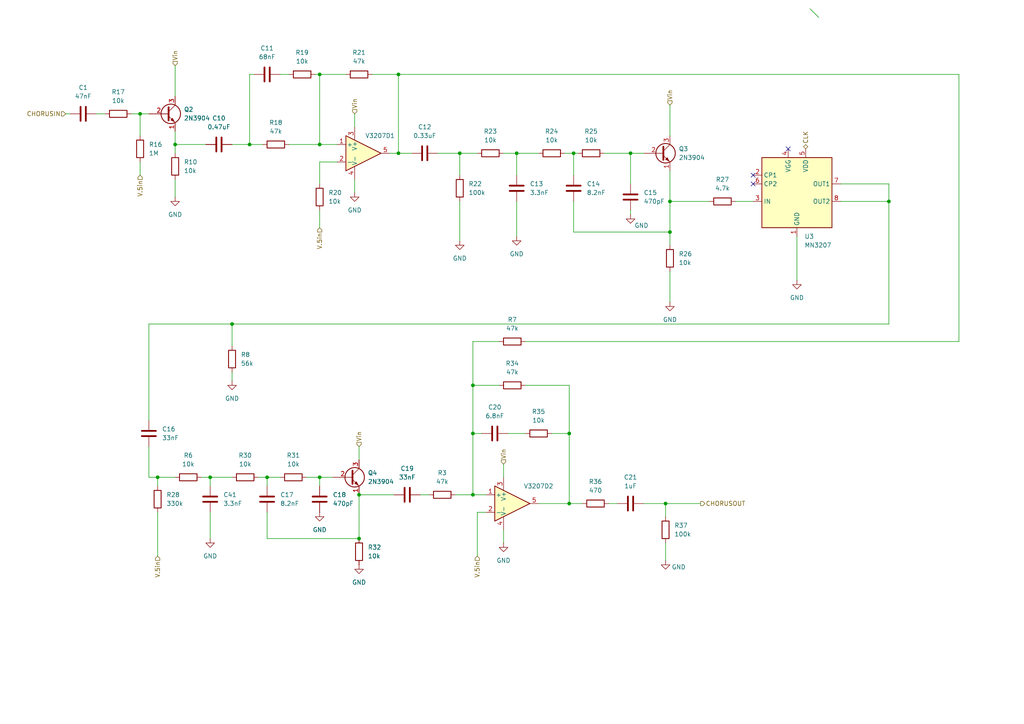
<source format=kicad_sch>
(kicad_sch (version 20231120) (generator "eeschema") (generator_version "8.0")
  (paper "A4")
  (title_block (title "Chorus Effect") (date "2024-11-07") (rev "1.5") (company "Portland State University") (comment 1 "Open Source Hardware") (comment 2 "Design: Eric Sanman, Sierra Buckley, Chuong Vo, Chris Crider"))
  (lib_symbols
    (symbol "Audio:MN3207"
      (property "Reference" "U" (at -10.16 12.7 0))
      (property "Value" "MN3207" (at 10.16 -12.7 0))
      (symbol "MN3207_0_1"
        (rectangle (start -10.16 10.16) (end 10.16 -10.16) (stroke (width 0.254)) (fill (type background)))
      )
      (symbol "MN3207_1_1"
        (pin power_in line (at 0 -12.7 90) (length 2.54) (name "GND") (number "1"))
        (pin input line (at -12.7 5.08 0) (length 2.54) (name "CP1") (number "2"))
        (pin input line (at -12.7 -2.54 0) (length 2.54) (name "IN") (number "3"))
        (pin power_in line (at -2.54 12.7 270) (length 2.54) (name "VGG") (number "4"))
        (pin power_in line (at 2.54 12.7 270) (length 2.54) (name "VDD") (number "5"))
        (pin input line (at -12.7 2.54 0) (length 2.54) (name "CP2") (number "6"))
        (pin output line (at 12.7 2.54 180) (length 2.54) (name "OUT1") (number "7"))
        (pin output line (at 12.7 -2.54 180) (length 2.54) (name "OUT2") (number "8"))
      )
    )
    (symbol "Device:C" (pin_numbers hide) (pin_names (offset 0.254))
      (property "Reference" "C" (at 0.635 2.54 0))
      (property "Value" "C" (at 0.635 -2.54 0))
      (symbol "C_0_1"
        (polyline (pts (xy -2.032 -0.762) (xy 2.032 -0.762)) (stroke (width 0.508)))
        (polyline (pts (xy -2.032 0.762) (xy 2.032 0.762)) (stroke (width 0.508)))
      )
      (symbol "C_1_1"
        (pin passive line (at 0 3.81 270) (length 2.794) (name "~") (number "1"))
        (pin passive line (at 0 -3.81 90) (length 2.794) (name "~") (number "2"))
      )
    )
    (symbol "Device:R" (pin_numbers hide) (pin_names (offset 0))
      (property "Reference" "R" (at 2.032 0 90))
      (property "Value" "R" (at 0 0 90))
      (symbol "R_0_1"
        (rectangle (start -1.016 -2.54) (end 1.016 2.54) (stroke (width 0.254)))
      )
      (symbol "R_1_1"
        (pin passive line (at 0 3.81 270) (length 1.27) (name "~") (number "1"))
        (pin passive line (at 0 -3.81 90) (length 1.27) (name "~") (number "2"))
      )
    )
    (symbol "Simulation_SPICE:OPAMP" (pin_names (offset 0.254))
      (property "Reference" "U" (at 3.81 3.175 0))
      (property "Value" "${SIM.PARAMS}" (at 3.81 -3.175 0))
      (symbol "OPAMP_0_1"
        (polyline (pts (xy 5.08 0) (xy -5.08 5.08) (xy -5.08 -5.08) (xy 5.08 0)) (stroke (width 0.254)) (fill (type background)))
      )
      (symbol "OPAMP_1_1"
        (pin input line (at -7.62 2.54 0) (length 2.54) (name "+") (number "1"))
        (pin input line (at -7.62 -2.54 0) (length 2.54) (name "-") (number "2"))
        (pin power_in line (at -2.54 7.62 270) (length 3.81) (name "V+") (number "3"))
        (pin power_in line (at -2.54 -7.62 90) (length 3.81) (name "V-") (number "4"))
        (pin output line (at 7.62 0 180) (length 2.54) (name "~") (number "5"))
      )
    )
    (symbol "Transistor_BJT:2N3904" (pin_names (offset 0) hide)
      (property "Reference" "Q" (at 5.08 1.905 0))
      (property "Value" "2N3904" (at 5.08 0 0))
      (symbol "2N3904_0_1"
        (polyline (pts (xy 0.635 0.635) (xy 2.54 2.54)))
        (polyline (pts (xy 0.635 -0.635) (xy 2.54 -2.54) (xy 2.54 -2.54)))
        (polyline (pts (xy 0.635 1.905) (xy 0.635 -1.905) (xy 0.635 -1.905)) (stroke (width 0.508)))
        (polyline (pts (xy 1.27 -1.778) (xy 1.778 -1.27) (xy 2.286 -2.286) (xy 1.27 -1.778) (xy 1.27 -1.778)) (fill (type outline)))
        (circle (center 1.27 0) (radius 2.8194) (stroke (width 0.254)))
      )
      (symbol "2N3904_1_1"
        (pin passive line (at 2.54 -5.08 90) (length 2.54) (name "E") (number "1"))
        (pin passive line (at -5.08 0 0) (length 5.715) (name "B") (number "2"))
        (pin passive line (at 2.54 5.08 270) (length 2.54) (name "C") (number "3"))
      )
    )
    (symbol "power:GND" (power) (pin_numbers hide) (pin_names (offset 0) hide)
      (property "Value" "GND" (at 0 -3.81 0))
      (symbol "GND_0_1"
        (polyline (pts (xy 0 0) (xy 0 -1.27) (xy 1.27 -1.27) (xy 0 -2.54) (xy -1.27 -1.27) (xy 0 -1.27)))
      )
      (symbol "GND_1_1"
        (pin power_in line (at 0 0 270) (length 0) (name "~") (number "1"))
      )
    )
  )
  (junction (at 92.71 41.91))
  (junction (at 182.88 44.45))
  (junction (at 40.64 33.02))
  (junction (at 104.14 143.51))
  (junction (at 165.1 146.05))
  (junction (at 92.71 21.59))
  (junction (at 67.31 93.98))
  (junction (at 193.04 146.05))
  (junction (at 257.81 58.42))
  (junction (at 45.72 138.43))
  (junction (at 149.86 44.45))
  (junction (at 50.8 41.91))
  (junction (at 77.47 138.43))
  (junction (at 72.39 41.91))
  (junction (at 194.31 58.42))
  (junction (at 137.16 111.76))
  (junction (at 115.57 44.45))
  (junction (at 137.16 143.51))
  (junction (at 92.71 138.43))
  (junction (at 194.31 67.31))
  (junction (at 166.37 44.45))
  (junction (at 137.16 125.73))
  (junction (at 115.57 21.59))
  (junction (at 133.35 44.45))
  (junction (at 60.96 138.43))
  (junction (at 165.1 125.73))
  (junction (at 104.14 156.21))
  (no_connect (at 218.44 50.8))
  (no_connect (at 228.6 43.18))
  (no_connect (at 218.44 53.34))
  (bus_entry (at 234.95 2.54) (size 2.54 2.54))
  (wire (pts (xy 156.21 146.05) (xy 165.1 146.05)))
  (wire (pts (xy 102.87 33.02) (xy 102.87 36.83)))
  (wire (pts (xy 92.71 21.59) (xy 92.71 41.91)))
  (wire (pts (xy 60.96 138.43) (xy 67.31 138.43)))
  (wire (pts (xy 45.72 148.59) (xy 45.72 161.29)))
  (wire (pts (xy 137.16 143.51) (xy 140.97 143.51)))
  (wire (pts (xy 137.16 99.06) (xy 137.16 111.76)))
  (wire (pts (xy 67.31 107.95) (xy 67.31 110.49)))
  (wire (pts (xy 72.39 41.91) (xy 72.39 21.59)))
  (wire (pts (xy 194.31 30.48) (xy 194.31 39.37)))
  (wire (pts (xy 257.81 53.34) (xy 257.81 58.42)))
  (wire (pts (xy 83.82 41.91) (xy 92.71 41.91)))
  (wire (pts (xy 72.39 41.91) (xy 76.2 41.91)))
  (wire (pts (xy 77.47 138.43) (xy 81.28 138.43)))
  (wire (pts (xy 50.8 38.1) (xy 50.8 41.91)))
  (wire (pts (xy 186.69 146.05) (xy 193.04 146.05)))
  (wire (pts (xy 27.94 33.02) (xy 30.48 33.02)))
  (wire (pts (xy 50.8 41.91) (xy 50.8 44.45)))
  (wire (pts (xy 81.28 21.59) (xy 83.82 21.59)))
  (wire (pts (xy 132.08 143.51) (xy 137.16 143.51)))
  (wire (pts (xy 113.03 44.45) (xy 115.57 44.45)))
  (wire (pts (xy 146.05 44.45) (xy 149.86 44.45)))
  (wire (pts (xy 166.37 67.31) (xy 194.31 67.31)))
  (wire (pts (xy 60.96 138.43) (xy 60.96 140.97)))
  (wire (pts (xy 43.18 129.54) (xy 43.18 138.43)))
  (wire (pts (xy 133.35 58.42) (xy 133.35 69.85)))
  (wire (pts (xy 115.57 44.45) (xy 119.38 44.45)))
  (wire (pts (xy 121.92 143.51) (xy 124.46 143.51)))
  (wire (pts (xy 193.04 146.05) (xy 203.2 146.05)))
  (wire (pts (xy 137.16 125.73) (xy 139.7 125.73)))
  (wire (pts (xy 133.35 44.45) (xy 138.43 44.45)))
  (wire (pts (xy 182.88 62.23) (xy 182.88 60.96)))
  (wire (pts (xy 104.14 143.51) (xy 114.3 143.51)))
  (wire (pts (xy 194.31 58.42) (xy 205.74 58.42)))
  (wire (pts (xy 74.93 138.43) (xy 77.47 138.43)))
  (wire (pts (xy 88.9 138.43) (xy 92.71 138.43)))
  (wire (pts (xy 149.86 58.42) (xy 149.86 68.58)))
  (wire (pts (xy 144.78 99.06) (xy 137.16 99.06)))
  (wire (pts (xy 67.31 93.98) (xy 43.18 93.98)))
  (wire (pts (xy 38.1 33.02) (xy 40.64 33.02)))
  (wire (pts (xy 60.96 148.59) (xy 60.96 156.21)))
  (wire (pts (xy 77.47 138.43) (xy 77.47 140.97)))
  (wire (pts (xy 243.84 58.42) (xy 257.81 58.42)))
  (wire (pts (xy 165.1 146.05) (xy 168.91 146.05)))
  (wire (pts (xy 149.86 44.45) (xy 156.21 44.45)))
  (wire (pts (xy 146.05 153.67) (xy 146.05 157.48)))
  (wire (pts (xy 45.72 140.97) (xy 45.72 138.43)))
  (wire (pts (xy 43.18 93.98) (xy 43.18 121.92)))
  (wire (pts (xy 92.71 21.59) (xy 100.33 21.59)))
  (wire (pts (xy 102.87 52.07) (xy 102.87 55.88)))
  (wire (pts (xy 147.32 125.73) (xy 152.4 125.73)))
  (wire (pts (xy 92.71 138.43) (xy 96.52 138.43)))
  (wire (pts (xy 231.14 68.58) (xy 231.14 81.28)))
  (wire (pts (xy 40.64 33.02) (xy 43.18 33.02)))
  (wire (pts (xy 115.57 21.59) (xy 115.57 44.45)))
  (wire (pts (xy 133.35 44.45) (xy 133.35 50.8)))
  (wire (pts (xy 149.86 44.45) (xy 149.86 50.8)))
  (wire (pts (xy 213.36 58.42) (xy 218.44 58.42)))
  (wire (pts (xy 140.97 148.59) (xy 138.43 148.59)))
  (wire (pts (xy 137.16 125.73) (xy 137.16 143.51)))
  (wire (pts (xy 40.64 33.02) (xy 40.64 39.37)))
  (wire (pts (xy 257.81 58.42) (xy 257.81 93.98)))
  (wire (pts (xy 166.37 44.45) (xy 166.37 50.8)))
  (wire (pts (xy 193.04 146.05) (xy 193.04 149.86)))
  (wire (pts (xy 92.71 60.96) (xy 92.71 66.04)))
  (wire (pts (xy 43.18 138.43) (xy 45.72 138.43)))
  (wire (pts (xy 72.39 21.59) (xy 73.66 21.59)))
  (wire (pts (xy 257.81 93.98) (xy 67.31 93.98)))
  (wire (pts (xy 107.95 21.59) (xy 115.57 21.59)))
  (wire (pts (xy 138.43 148.59) (xy 138.43 161.29)))
  (wire (pts (xy 160.02 125.73) (xy 165.1 125.73)))
  (wire (pts (xy 50.8 41.91) (xy 59.69 41.91)))
  (wire (pts (xy 58.42 138.43) (xy 60.96 138.43)))
  (wire (pts (xy 92.71 138.43) (xy 92.71 140.97)))
  (wire (pts (xy 152.4 111.76) (xy 165.1 111.76)))
  (wire (pts (xy 166.37 44.45) (xy 167.64 44.45)))
  (wire (pts (xy 97.79 46.99) (xy 92.71 46.99)))
  (wire (pts (xy 175.26 44.45) (xy 182.88 44.45)))
  (wire (pts (xy 50.8 52.07) (xy 50.8 57.15)))
  (wire (pts (xy 67.31 93.98) (xy 67.31 100.33)))
  (wire (pts (xy 194.31 49.53) (xy 194.31 58.42)))
  (wire (pts (xy 127 44.45) (xy 133.35 44.45)))
  (wire (pts (xy 194.31 78.74) (xy 194.31 87.63)))
  (wire (pts (xy 45.72 138.43) (xy 50.8 138.43)))
  (wire (pts (xy 194.31 67.31) (xy 194.31 71.12)))
  (wire (pts (xy 182.88 53.34) (xy 182.88 44.45)))
  (wire (pts (xy 163.83 44.45) (xy 166.37 44.45)))
  (wire (pts (xy 243.84 53.34) (xy 257.81 53.34)))
  (wire (pts (xy 144.78 111.76) (xy 137.16 111.76)))
  (wire (pts (xy 115.57 21.59) (xy 278.13 21.59)))
  (wire (pts (xy 193.04 157.48) (xy 193.04 162.56)))
  (wire (pts (xy 182.88 44.45) (xy 186.69 44.45)))
  (wire (pts (xy 194.31 58.42) (xy 194.31 67.31)))
  (wire (pts (xy 50.8 19.05) (xy 50.8 27.94)))
  (wire (pts (xy 92.71 41.91) (xy 97.79 41.91)))
  (wire (pts (xy 146.05 134.62) (xy 146.05 138.43)))
  (wire (pts (xy 166.37 58.42) (xy 166.37 67.31)))
  (wire (pts (xy 137.16 111.76) (xy 137.16 125.73)))
  (wire (pts (xy 104.14 156.21) (xy 77.47 156.21)))
  (wire (pts (xy 67.31 41.91) (xy 72.39 41.91)))
  (wire (pts (xy 165.1 111.76) (xy 165.1 125.73)))
  (wire (pts (xy 176.53 146.05) (xy 179.07 146.05)))
  (wire (pts (xy 278.13 21.59) (xy 278.13 99.06)))
  (wire (pts (xy 104.14 143.51) (xy 104.14 156.21)))
  (wire (pts (xy 91.44 21.59) (xy 92.71 21.59)))
  (wire (pts (xy 104.14 129.54) (xy 104.14 133.35)))
  (wire (pts (xy 165.1 125.73) (xy 165.1 146.05)))
  (wire (pts (xy 92.71 46.99) (xy 92.71 53.34)))
  (wire (pts (xy 40.64 46.99) (xy 40.64 50.8)))
  (wire (pts (xy 77.47 148.59) (xy 77.47 156.21)))
  (wire (pts (xy 20.32 33.02) (xy 19.05 33.02)))
  (wire (pts (xy 152.4 99.06) (xy 278.13 99.06)))
  (hierarchical_label "CHORUSIN" (shape input) (at 19.05 33.02 180))
  (hierarchical_label "Vin" (shape input) (at 50.8 19.05 90))
  (hierarchical_label "CHORUSOUT" (shape output) (at 203.2 146.05 0))
  (hierarchical_label "Vin" (shape input) (at 146.05 134.62 90))
  (hierarchical_label "Vin" (shape input) (at 104.14 129.54 90))
  (hierarchical_label "Vin" (shape input) (at 194.31 30.48 90))
  (hierarchical_label "V.5in" (shape input) (at 138.43 161.29 270))
  (hierarchical_label "V.5in" (shape input) (at 40.64 50.8 270))
  (hierarchical_label "CLK" (shape bidirectional) (at 233.68 43.18 90))
  (hierarchical_label "V.5in" (shape input) (at 45.72 161.29 270))
  (hierarchical_label "Vin" (shape input) (at 102.87 33.02 90))
  (hierarchical_label "V.5in" (shape input) (at 92.71 66.04 270))
  (symbol (lib_id "Device:R") (at 50.8 48.26 0) (unit 1)
    (property "Reference" "R10" (at 53.34 46.9899 0) (effects (justify left)))
    (property "Value" "10k" (at 53.34 49.5299 0) (effects (justify left)))
    (property "Footprint" "Resistor_SMD:R_0805_2012Metric_Pad1.20x1.40mm_HandSolder" (effects (hide yes)))
    (property "Description" "Resistor" (effects (hide yes)))
    (property "Part Origin" "DK" (effects (hide yes)))
  )
  (symbol (lib_id "Device:R") (at 148.59 111.76 90) (unit 1)
    (property "Reference" "R34" (at 148.59 105.41 90))
    (property "Value" "47k" (at 148.59 107.95 90))
    (property "Footprint" "Resistor_SMD:R_0805_2012Metric_Pad1.20x1.40mm_HandSolder" (effects (hide yes)))
    (property "Description" "Resistor" (effects (hide yes)))
    (property "Part Origin" "DK" (effects (hide yes)))
  )
  (symbol (lib_id "Device:R") (at 193.04 153.67 180) (unit 1)
    (property "Reference" "R37" (at 195.58 152.3999 0) (effects (justify right)))
    (property "Value" "100k" (at 195.58 154.9399 0) (effects (justify right)))
    (property "Footprint" "Resistor_SMD:R_0805_2012Metric_Pad1.20x1.40mm_HandSolder" (effects (hide yes)))
    (property "Description" "Resistor" (effects (hide yes)))
    (property "Part Origin" "DK" (effects (hide yes)))
  )
  (symbol (lib_id "power:GND") (at 194.31 87.63 0) (unit 1)
    (property "Reference" "#PWR017" (effects (hide yes)))
    (property "Value" "GND" (at 194.31 92.71 0))
    (property "Description" "Power symbol creates a global label with name \"GND\" , ground" (effects (hide yes)))
  )
  (symbol (lib_id "Device:C") (at 77.47 144.78 180) (unit 1)
    (property "Reference" "C17" (at 81.28 143.5099 0) (effects (justify right)))
    (property "Value" "8.2nF" (at 81.28 146.0499 0) (effects (justify right)))
    (property "Footprint" "Capacitor_SMD:C_0805_2012Metric_Pad1.18x1.45mm_HandSolder" (effects (hide yes)))
    (property "Description" "Unpolarized capacitor" (effects (hide yes)))
    (property "Part Number" "C0402C822K1RACAUTO" (effects (hide yes)))
    (property "Part Origin" "DK" (effects (hide yes)))
    (property "On Hand (On Way)" "(50)" (effects (hide yes)))
  )
  (symbol (lib_id "Device:C") (at 118.11 143.51 90) (unit 1)
    (property "Reference" "C19" (at 118.11 135.89 90))
    (property "Value" "33nF" (at 118.11 138.43 90))
    (property "Footprint" "Capacitor_SMD:C_0805_2012Metric_Pad1.18x1.45mm_HandSolder" (effects (hide yes)))
    (property "Description" "Unpolarized capacitor" (effects (hide yes)))
    (property "Part Number" "C0805C333K1RECAUTO" (effects (hide yes)))
    (property "Part Origin" "DK" (effects (hide yes)))
    (property "On Hand (On Way)" "(50)" (effects (hide yes)))
  )
  (symbol (lib_id "Device:R") (at 85.09 138.43 90) (unit 1)
    (property "Reference" "R31" (at 85.09 132.08 90))
    (property "Value" "10k" (at 85.09 134.62 90))
    (property "Footprint" "Resistor_SMD:R_0805_2012Metric_Pad1.20x1.40mm_HandSolder" (effects (hide yes)))
    (property "Description" "Resistor" (effects (hide yes)))
    (property "Part Origin" "DK" (effects (hide yes)))
  )
  (symbol (lib_id "Device:R") (at 104.14 160.02 0) (unit 1)
    (property "Reference" "R32" (at 106.68 158.7499 0) (effects (justify left)))
    (property "Value" "10k" (at 106.68 161.2899 0) (effects (justify left)))
    (property "Footprint" "Resistor_SMD:R_0805_2012Metric_Pad1.20x1.40mm_HandSolder" (effects (hide yes)))
    (property "Description" "Resistor" (effects (hide yes)))
    (property "Part Origin" "DK" (effects (hide yes)))
  )
  (symbol (lib_id "Device:C") (at 43.18 125.73 0) (unit 1)
    (property "Reference" "C16" (at 46.99 124.4599 0) (effects (justify left)))
    (property "Value" "33nF" (at 46.99 126.9999 0) (effects (justify left)))
    (property "Footprint" "Capacitor_SMD:C_0805_2012Metric_Pad1.18x1.45mm_HandSolder" (effects (hide yes)))
    (property "Description" "Unpolarized capacitor" (effects (hide yes)))
    (property "Part Number" "C0805C333K1RECAUTO" (effects (hide yes)))
    (property "Part Origin" "DK" (effects (hide yes)))
    (property "On Hand (On Way)" "(50)" (effects (hide yes)))
  )
  (symbol (lib_id "Device:C") (at 77.47 21.59 90) (unit 1)
    (property "Reference" "C11" (at 77.47 13.97 90))
    (property "Value" "68nF" (at 77.47 16.51 90))
    (property "Footprint" "Capacitor_SMD:C_0805_2012Metric_Pad1.18x1.45mm_HandSolder" (effects (hide yes)))
    (property "Description" "Unpolarized capacitor" (effects (hide yes)))
    (property "Part Number" "KGM21NR71H683KT " (effects (hide yes)))
    (property "Part Origin" "DK" (effects (hide yes)))
    (property "On Hand (On Way)" "(100)" (effects (hide yes)))
  )
  (symbol (lib_id "power:GND") (at 231.14 81.28 0) (unit 1)
    (property "Reference" "#PWR018" (effects (hide yes)))
    (property "Value" "GND" (at 231.14 86.36 0))
    (property "Description" "Power symbol creates a global label with name \"GND\" , ground" (effects (hide yes)))
  )
  (symbol (lib_id "Simulation_SPICE:OPAMP") (at 148.59 146.05 0) (unit 1)
    (property "Reference" "V3207D2" (at 156.21 141.0014 0))
    (property "Value" "${SIM.PARAMS}" (at 156.21 142.9065 0))
    (property "Footprint" "Package_DIP:CERDIP-8_W7.62mm_SideBrazed" (effects (hide yes)))
    (property "Datasheet" "https://ngspice.sourceforge.io/docs/ngspice-html-manual/manual.xhtml#sec__SUBCKT_Subcircuits" (effects (hide yes)))
    (property "Description" "Operational amplifier, single, node sequence=1:+ 2:- 3:OUT 4:V+ 5:V-" (effects (hide yes)))
    (property "Sim.Pins" "1=in+ 2=in- 3=vcc 4=vee 5=out" (effects (hide yes)))
    (property "Sim.Device" "SUBCKT" (effects (hide yes)))
    (property "Sim.Library" "${KICAD8_SYMBOL_DIR}/Simulation_SPICE.sp" (effects (hide yes)))
    (property "Sim.Name" "kicad_builtin_opamp" (effects (hide yes)))
    (property "Part Number" "IC-400-1033" (effects (hide yes)))
    (property "Part Origin" "SBP" (effects (hide yes)))
    (property "On Hand (On Way)" "8" (effects (hide yes)))
  )
  (symbol (lib_id "Device:R") (at 54.61 138.43 270) (unit 1)
    (property "Reference" "R6" (at 54.61 132.08 90))
    (property "Value" "10k" (at 54.61 134.62 90))
    (property "Footprint" "Resistor_SMD:R_0805_2012Metric_Pad1.20x1.40mm_HandSolder" (effects (hide yes)))
    (property "Description" "Resistor" (effects (hide yes)))
    (property "Part Origin" "DK" (effects (hide yes)))
  )
  (symbol (lib_id "power:GND") (at 60.96 156.21 0) (unit 1)
    (property "Reference" "#PWR049" (effects (hide yes)))
    (property "Value" "GND" (at 60.96 161.29 0))
    (property "Description" "Power symbol creates a global label with name \"GND\" , ground" (effects (hide yes)))
  )
  (symbol (lib_id "Device:R") (at 160.02 44.45 90) (unit 1)
    (property "Reference" "R24" (at 160.02 38.1 90))
    (property "Value" "10k" (at 160.02 40.64 90))
    (property "Footprint" "Resistor_SMD:R_0805_2012Metric_Pad1.20x1.40mm_HandSolder" (effects (hide yes)))
    (property "Description" "Resistor" (effects (hide yes)))
    (property "Part Origin" "DK" (effects (hide yes)))
  )
  (symbol (lib_id "Device:R") (at 71.12 138.43 90) (unit 1)
    (property "Reference" "R30" (at 71.12 132.08 90))
    (property "Value" "10k" (at 71.12 134.62 90))
    (property "Footprint" "Resistor_SMD:R_0805_2012Metric_Pad1.20x1.40mm_HandSolder" (effects (hide yes)))
    (property "Description" "Resistor" (effects (hide yes)))
    (property "Part Origin" "DK" (effects (hide yes)))
  )
  (symbol (lib_id "power:GND") (at 146.05 157.48 0) (unit 1)
    (property "Reference" "#PWR022" (effects (hide yes)))
    (property "Value" "GND" (at 146.05 162.56 0))
    (property "Description" "Power symbol creates a global label with name \"GND\" , ground" (effects (hide yes)))
  )
  (symbol (lib_id "Device:C") (at 143.51 125.73 90) (unit 1)
    (property "Reference" "C20" (at 143.51 118.11 90))
    (property "Value" "6.8nF" (at 143.51 120.65 90))
    (property "Footprint" "Capacitor_SMD:C_0805_2012Metric_Pad1.18x1.45mm_HandSolder" (effects (hide yes)))
    (property "Description" "Unpolarized capacitor" (effects (hide yes)))
    (property "Part Number" "C0805C682J1GEC7210" (effects (hide yes)))
    (property "Part Origin" "DK" (effects (hide yes)))
    (property "On Hand (On Way)" "(50)" (effects (hide yes)))
  )
  (symbol (lib_id "Device:R") (at 209.55 58.42 270) (unit 1)
    (property "Reference" "R27" (at 209.55 52.07 90))
    (property "Value" "4.7k" (at 209.55 54.61 90))
    (property "Footprint" "Resistor_SMD:R_0805_2012Metric_Pad1.20x1.40mm_HandSolder" (effects (hide yes)))
    (property "Description" "Resistor" (effects (hide yes)))
    (property "Part Origin" "DK" (effects (hide yes)))
  )
  (symbol (lib_id "Device:R") (at 142.24 44.45 90) (unit 1)
    (property "Reference" "R23" (at 142.24 38.1 90))
    (property "Value" "10k" (at 142.24 40.64 90))
    (property "Footprint" "Resistor_SMD:R_0805_2012Metric_Pad1.20x1.40mm_HandSolder" (effects (hide yes)))
    (property "Description" "Resistor" (effects (hide yes)))
    (property "Part Origin" "DK" (effects (hide yes)))
  )
  (symbol (lib_id "power:GND") (at 149.86 68.58 0) (unit 1)
    (property "Reference" "#PWR015" (effects (hide yes)))
    (property "Value" "GND" (at 149.86 73.66 0))
    (property "Description" "Power symbol creates a global label with name \"GND\" , ground" (effects (hide yes)))
  )
  (symbol (lib_id "Audio:MN3207") (at 231.14 55.88 0) (unit 1)
    (property "Reference" "U3" (at 233.3341 68.58 0) (effects (justify left)))
    (property "Value" "MN3207" (at 233.3341 71.12 0) (effects (justify left)))
    (property "Footprint" "Package_DIP:CERDIP-8_W7.62mm_SideBrazed" (effects (hide yes)))
    (property "Datasheet" "http://www.experimentalistsanonymous.com/diy/Datasheets/MN3207.pdf" (effects (hide yes)))
    (property "Description" "1024-STAGE LOW VOLTAGE OPERATION LOW NOISE BBD (bucket brigade device), delay time 2.56ms to 51.2ms, S/N 73dB, clock frequency range 10KHz to 200KHz" (effects (hide yes)))
    (property "Part Origin" "SBP" (effects (hide yes)))
  )
  (symbol (lib_id "Device:C") (at 149.86 54.61 180) (unit 1)
    (property "Reference" "C13" (at 153.67 53.3399 0) (effects (justify right)))
    (property "Value" "3.3nF" (at 153.67 55.8799 0) (effects (justify right)))
    (property "Footprint" "Capacitor_SMD:C_0805_2012Metric_Pad1.18x1.45mm_HandSolder" (effects (hide yes)))
    (property "Description" "Unpolarized capacitor" (effects (hide yes)))
    (property "Part Number" "C0805C332K1RECAUTO" (effects (hide yes)))
    (property "Part Origin" "DK" (effects (hide yes)))
    (property "On Hand (On Way)" "(50)" (effects (hide yes)))
  )
  (symbol (lib_id "power:GND") (at 133.35 69.85 0) (unit 1)
    (property "Reference" "#PWR044" (effects (hide yes)))
    (property "Value" "GND" (at 133.35 74.93 0))
    (property "Description" "Power symbol creates a global label with name \"GND\" , ground" (effects (hide yes)))
  )
  (symbol (lib_id "Device:R") (at 92.71 57.15 180) (unit 1)
    (property "Reference" "R20" (at 95.25 55.8799 0) (effects (justify right)))
    (property "Value" "10k" (at 95.25 58.4199 0) (effects (justify right)))
    (property "Footprint" "Resistor_SMD:R_0805_2012Metric_Pad1.20x1.40mm_HandSolder" (effects (hide yes)))
    (property "Description" "Resistor" (effects (hide yes)))
    (property "Part Origin" "DK" (effects (hide yes)))
  )
  (symbol (lib_id "Device:R") (at 45.72 144.78 0) (unit 1)
    (property "Reference" "R28" (at 48.26 143.5099 0) (effects (justify left)))
    (property "Value" "330k" (at 48.26 146.0499 0) (effects (justify left)))
    (property "Footprint" "Resistor_SMD:R_0805_2012Metric_Pad1.20x1.40mm_HandSolder" (effects (hide yes)))
    (property "Description" "Resistor" (effects (hide yes)))
    (property "Part Origin" "DK" (effects (hide yes)))
  )
  (symbol (lib_id "Device:R") (at 40.64 43.18 0) (unit 1)
    (property "Reference" "R16" (at 43.18 41.9099 0) (effects (justify left)))
    (property "Value" "1M" (at 43.18 44.4499 0) (effects (justify left)))
    (property "Footprint" "Resistor_SMD:R_0805_2012Metric_Pad1.20x1.40mm_HandSolder" (effects (hide yes)))
    (property "Description" "Resistor" (effects (hide yes)))
    (property "Part Origin" "DK" (effects (hide yes)))
  )
  (symbol (lib_id "Device:C") (at 92.71 144.78 180) (unit 1)
    (property "Reference" "C18" (at 96.52 143.5099 0) (effects (justify right)))
    (property "Value" "470pF" (at 96.52 146.0499 0) (effects (justify right)))
    (property "Footprint" "Capacitor_SMD:C_0805_2012Metric_Pad1.18x1.45mm_HandSolder" (effects (hide yes)))
    (property "Description" "Unpolarized capacitor" (effects (hide yes)))
    (property "Part Number" "C0805C471K5RAC7800" (effects (hide yes)))
    (property "Part Origin" "DK" (effects (hide yes)))
    (property "On Hand (On Way)" "(100)" (effects (hide yes)))
  )
  (symbol (lib_id "power:GND") (at 104.14 163.83 0) (unit 1)
    (property "Reference" "#PWR020" (effects (hide yes)))
    (property "Value" "GND" (at 104.14 168.91 0))
    (property "Description" "Power symbol creates a global label with name \"GND\" , ground" (effects (hide yes)))
  )
  (symbol (lib_id "Device:R") (at 148.59 99.06 270) (unit 1)
    (property "Reference" "R7" (at 148.59 92.71 90))
    (property "Value" "47k" (at 148.59 95.25 90))
    (property "Footprint" "Resistor_SMD:R_0805_2012Metric_Pad1.20x1.40mm_HandSolder" (effects (hide yes)))
    (property "Description" "Resistor" (effects (hide yes)))
    (property "Part Origin" "DK" (effects (hide yes)))
  )
  (symbol (lib_id "power:GND") (at 182.88 62.23 0) (unit 1)
    (property "Reference" "#PWR016" (effects (hide yes)))
    (property "Value" "GND" (at 186.055 65.405 0))
    (property "Description" "Power symbol creates a global label with name \"GND\" , ground" (effects (hide yes)))
  )
  (symbol (lib_id "Transistor_BJT:2N3904") (at 101.6 138.43 0) (unit 1)
    (property "Reference" "Q4" (at 106.68 137.1599 0) (effects (justify left)))
    (property "Value" "2N3904" (at 106.68 139.6999 0) (effects (justify left)))
    (property "Footprint" "Package_TO_SOT_THT:TO-92_Inline" (effects (hide yes)))
    (property "Datasheet" "https://www.onsemi.com/pub/Collateral/2N3903-D.PDF" (effects (hide yes)))
    (property "Description" "0.2A Ic, 40V Vce, Small Signal NPN Transistor, TO-92" (effects (hide yes)))
  )
  (symbol (lib_id "Device:R") (at 128.27 143.51 90) (unit 1)
    (property "Reference" "R3" (at 128.27 137.16 90))
    (property "Value" "47k" (at 128.27 139.7 90))
    (property "Footprint" "Resistor_SMD:R_0805_2012Metric_Pad1.20x1.40mm_HandSolder" (effects (hide yes)))
    (property "Description" "Resistor" (effects (hide yes)))
    (property "Part Origin" "DK" (effects (hide yes)))
  )
  (symbol (lib_id "Transistor_BJT:2N3904") (at 48.26 33.02 0) (unit 1)
    (property "Reference" "Q2" (at 53.34 31.7499 0) (effects (justify left)))
    (property "Value" "2N3904" (at 53.34 34.2899 0) (effects (justify left)))
    (property "Footprint" "Package_TO_SOT_THT:TO-92_Inline" (effects (hide yes)))
    (property "Datasheet" "https://www.onsemi.com/pub/Collateral/2N3903-D.PDF" (effects (hide yes)))
    (property "Description" "0.2A Ic, 40V Vce, Small Signal NPN Transistor, TO-92" (effects (hide yes)))
  )
  (symbol (lib_id "Simulation_SPICE:OPAMP") (at 105.41 44.45 0) (unit 1)
    (property "Reference" "V3207D1" (at 110.236 39.37 0))
    (property "Value" "${SIM.PARAMS}" (at 113.03 41.3065 0))
    (property "Footprint" "Package_DIP:CERDIP-8_W7.62mm_SideBrazed" (effects (hide yes)))
    (property "Datasheet" "https://ngspice.sourceforge.io/docs/ngspice-html-manual/manual.xhtml#sec__SUBCKT_Subcircuits" (effects (hide yes)))
    (property "Description" "Operational amplifier, single, node sequence=1:+ 2:- 3:OUT 4:V+ 5:V-" (effects (hide yes)))
    (property "Sim.Pins" "1=in+ 2=in- 3=vcc 4=vee 5=out" (effects (hide yes)))
    (property "Sim.Device" "SUBCKT" (effects (hide yes)))
    (property "Sim.Library" "${KICAD8_SYMBOL_DIR}/Simulation_SPICE.sp" (effects (hide yes)))
    (property "Sim.Name" "kicad_builtin_opamp" (effects (hide yes)))
    (property "Part Number" "IC-400-1033" (effects (hide yes)))
    (property "Part Origin" "SBP" (effects (hide yes)))
    (property "On Hand (On Way)" "8" (effects (hide yes)))
  )
  (symbol (lib_id "Device:R") (at 172.72 146.05 90) (unit 1)
    (property "Reference" "R36" (at 172.72 139.7 90))
    (property "Value" "470" (at 172.72 142.24 90))
    (property "Footprint" "Resistor_SMD:R_0805_2012Metric_Pad1.20x1.40mm_HandSolder" (effects (hide yes)))
    (property "Description" "Resistor" (effects (hide yes)))
    (property "Part Origin" "DK" (effects (hide yes)))
  )
  (symbol (lib_id "power:GND") (at 50.8 57.15 0) (unit 1)
    (property "Reference" "#PWR013" (effects (hide yes)))
    (property "Value" "GND" (at 50.8 62.23 0))
    (property "Description" "Power symbol creates a global label with name \"GND\" , ground" (effects (hide yes)))
  )
  (symbol (lib_id "Device:C") (at 182.88 146.05 90) (unit 1)
    (property "Reference" "C21" (at 182.88 138.43 90))
    (property "Value" "1uF" (at 182.88 140.97 90))
    (property "Footprint" "Capacitor_SMD:C_0805_2012Metric_Pad1.18x1.45mm_HandSolder" (effects (hide yes)))
    (property "Description" "Unpolarized capacitor" (effects (hide yes)))
    (property "Part Number" "CL21B104KBCNNNC" (effects (hide yes)))
    (property "Part Origin" "DK" (effects (hide yes)))
    (property "On Hand (On Way)" "(100)" (effects (hide yes)))
  )
  (symbol (lib_id "Device:R") (at 194.31 74.93 180) (unit 1)
    (property "Reference" "R26" (at 196.85 73.6599 0) (effects (justify right)))
    (property "Value" "10k" (at 196.85 76.1999 0) (effects (justify right)))
    (property "Footprint" "Resistor_SMD:R_0805_2012Metric_Pad1.20x1.40mm_HandSolder" (effects (hide yes)))
    (property "Description" "Resistor" (effects (hide yes)))
    (property "Part Origin" "DK" (effects (hide yes)))
  )
  (symbol (lib_id "Device:R") (at 156.21 125.73 90) (unit 1)
    (property "Reference" "R35" (at 156.21 119.38 90))
    (property "Value" "10k" (at 156.21 121.92 90))
    (property "Footprint" "Resistor_SMD:R_0805_2012Metric_Pad1.20x1.40mm_HandSolder" (effects (hide yes)))
    (property "Description" "Resistor" (effects (hide yes)))
    (property "Part Origin" "DK" (effects (hide yes)))
  )
  (symbol (lib_id "Transistor_BJT:2N3904") (at 191.77 44.45 0) (unit 1)
    (property "Reference" "Q3" (at 196.85 43.1799 0) (effects (justify left)))
    (property "Value" "2N3904" (at 196.85 45.7199 0) (effects (justify left)))
    (property "Footprint" "Package_TO_SOT_THT:TO-92_Inline" (effects (hide yes)))
    (property "Datasheet" "https://www.onsemi.com/pub/Collateral/2N3903-D.PDF" (effects (hide yes)))
    (property "Description" "0.2A Ic, 40V Vce, Small Signal NPN Transistor, TO-92" (effects (hide yes)))
  )
  (symbol (lib_id "power:GND") (at 102.87 55.88 0) (unit 1)
    (property "Reference" "#PWR014" (effects (hide yes)))
    (property "Value" "GND" (at 102.87 60.96 0))
    (property "Description" "Power symbol creates a global label with name \"GND\" , ground" (effects (hide yes)))
  )
  (symbol (lib_id "Device:C") (at 123.19 44.45 90) (unit 1)
    (property "Reference" "C12" (at 123.19 36.83 90))
    (property "Value" "0.33uF" (at 123.19 39.37 90))
    (property "Footprint" "Capacitor_SMD:C_0805_2012Metric_Pad1.18x1.45mm_HandSolder" (effects (hide yes)))
    (property "Description" "Unpolarized capacitor" (effects (hide yes)))
    (property "Part Number" "CL21B334KBFNNNE " (effects (hide yes)))
    (property "Part Origin" "DK" (effects (hide yes)))
    (property "On Hand (On Way)" "(100)" (effects (hide yes)))
  )
  (symbol (lib_id "Device:C") (at 63.5 41.91 90) (unit 1)
    (property "Reference" "C10" (at 63.5 34.29 90))
    (property "Value" "0.47uF" (at 63.5 36.83 90))
    (property "Footprint" "Capacitor_SMD:C_0805_2012Metric_Pad1.18x1.45mm_HandSolder" (effects (hide yes)))
    (property "Description" "Unpolarized capacitor" (effects (hide yes)))
    (property "Part Number" "CL21B473KBCNNNC" (effects (hide yes)))
    (property "Part Origin" "DK" (effects (hide yes)))
    (property "On Hand (On Way)" "(100)" (effects (hide yes)))
  )
  (symbol (lib_id "Device:R") (at 80.01 41.91 90) (unit 1)
    (property "Reference" "R18" (at 80.01 35.56 90))
    (property "Value" "47k" (at 80.01 38.1 90))
    (property "Footprint" "Resistor_SMD:R_0805_2012Metric_Pad1.20x1.40mm_HandSolder" (effects (hide yes)))
    (property "Description" "Resistor" (effects (hide yes)))
    (property "Part Origin" "DK" (effects (hide yes)))
  )
  (symbol (lib_id "Device:C") (at 166.37 54.61 180) (unit 1)
    (property "Reference" "C14" (at 170.18 53.3399 0) (effects (justify right)))
    (property "Value" "8.2nF" (at 170.18 55.8799 0) (effects (justify right)))
    (property "Footprint" "Capacitor_SMD:C_0805_2012Metric_Pad1.18x1.45mm_HandSolder" (effects (hide yes)))
    (property "Description" "Unpolarized capacitor" (effects (hide yes)))
    (property "Part Number" "C0402C822K1RACAUTO" (effects (hide yes)))
    (property "Part Origin" "DK" (effects (hide yes)))
    (property "On Hand (On Way)" "(50)" (effects (hide yes)))
  )
  (symbol (lib_id "Device:C") (at 182.88 57.15 180) (unit 1)
    (property "Reference" "C15" (at 186.69 55.8799 0) (effects (justify right)))
    (property "Value" "470pF" (at 186.69 58.4199 0) (effects (justify right)))
    (property "Footprint" "Capacitor_SMD:C_0805_2012Metric_Pad1.18x1.45mm_HandSolder" (effects (hide yes)))
    (property "Description" "Unpolarized capacitor" (effects (hide yes)))
    (property "Part Number" "C0805C471K5RAC7800" (effects (hide yes)))
    (property "Part Origin" "DK" (effects (hide yes)))
    (property "On Hand (On Way)" "(100)" (effects (hide yes)))
  )
  (symbol (lib_id "Device:R") (at 104.14 21.59 90) (unit 1)
    (property "Reference" "R21" (at 104.14 15.24 90))
    (property "Value" "47k" (at 104.14 17.78 90))
    (property "Footprint" "Resistor_SMD:R_0805_2012Metric_Pad1.20x1.40mm_HandSolder" (effects (hide yes)))
    (property "Description" "Resistor" (effects (hide yes)))
    (property "Part Origin" "DK" (effects (hide yes)))
  )
  (symbol (lib_id "Device:R") (at 87.63 21.59 90) (unit 1)
    (property "Reference" "R19" (at 87.63 15.24 90))
    (property "Value" "10k" (at 87.63 17.78 90))
    (property "Footprint" "Resistor_SMD:R_0805_2012Metric_Pad1.20x1.40mm_HandSolder" (effects (hide yes)))
    (property "Description" "Resistor" (effects (hide yes)))
    (property "Part Origin" "DK" (effects (hide yes)))
  )
  (symbol (lib_id "Device:R") (at 133.35 54.61 180) (unit 1)
    (property "Reference" "R22" (at 135.89 53.3399 0) (effects (justify right)))
    (property "Value" "100k" (at 135.89 55.8799 0) (effects (justify right)))
    (property "Footprint" "Resistor_SMD:R_0805_2012Metric_Pad1.20x1.40mm_HandSolder" (effects (hide yes)))
    (property "Description" "Resistor" (effects (hide yes)))
    (property "Part Origin" "DK" (effects (hide yes)))
  )
  (symbol (lib_id "power:GND") (at 92.71 148.59 0) (unit 1)
    (property "Reference" "#PWR019" (effects (hide yes)))
    (property "Value" "GND" (at 92.71 153.67 0))
    (property "Description" "Power symbol creates a global label with name \"GND\" , ground" (effects (hide yes)))
  )
  (symbol (lib_id "Device:R") (at 171.45 44.45 90) (unit 1)
    (property "Reference" "R25" (at 171.45 38.1 90))
    (property "Value" "10k" (at 171.45 40.64 90))
    (property "Footprint" "Resistor_SMD:R_0805_2012Metric_Pad1.20x1.40mm_HandSolder" (effects (hide yes)))
    (property "Description" "Resistor" (effects (hide yes)))
    (property "Part Origin" "DK" (effects (hide yes)))
  )
  (symbol (lib_id "power:GND") (at 193.04 162.56 0) (unit 1)
    (property "Reference" "#PWR021" (effects (hide yes)))
    (property "Value" "GND" (at 196.85 164.465 0))
    (property "Description" "Power symbol creates a global label with name \"GND\" , ground" (effects (hide yes)))
  )
  (symbol (lib_id "Device:R") (at 67.31 104.14 0) (unit 1)
    (property "Reference" "R8" (at 69.85 102.8699 0) (effects (justify left)))
    (property "Value" "56k" (at 69.85 105.4099 0) (effects (justify left)))
    (property "Footprint" "Resistor_SMD:R_0805_2012Metric_Pad1.20x1.40mm_HandSolder" (effects (hide yes)))
    (property "Description" "Resistor" (effects (hide yes)))
    (property "Part Origin" "DK" (effects (hide yes)))
  )
  (symbol (lib_id "Device:R") (at 34.29 33.02 90) (unit 1)
    (property "Reference" "R17" (at 34.29 26.67 90))
    (property "Value" "10k" (at 34.29 29.21 90))
    (property "Footprint" "Resistor_SMD:R_0805_2012Metric_Pad1.20x1.40mm_HandSolder" (effects (hide yes)))
    (property "Description" "Resistor" (effects (hide yes)))
    (property "Part Origin" "DK" (effects (hide yes)))
  )
  (symbol (lib_id "Device:C") (at 60.96 144.78 0) (unit 1)
    (property "Reference" "C41" (at 64.77 143.5099 0) (effects (justify left)))
    (property "Value" "3.3nF" (at 64.77 146.0499 0) (effects (justify left)))
    (property "Footprint" "Capacitor_SMD:C_0805_2012Metric_Pad1.18x1.45mm_HandSolder" (effects (hide yes)))
    (property "Description" "Unpolarized capacitor" (effects (hide yes)))
    (property "Part Number" "C0805C332K1RECAUTO" (effects (hide yes)))
    (property "Part Origin" "DK" (effects (hide yes)))
    (property "On Hand (On Way)" "(50)" (effects (hide yes)))
  )
  (symbol (lib_id "power:GND") (at 67.31 110.49 0) (unit 1)
    (property "Reference" "#PWR050" (effects (hide yes)))
    (property "Value" "GND" (at 67.31 115.57 0))
    (property "Description" "Power symbol creates a global label with name \"GND\" , ground" (effects (hide yes)))
  )
  (symbol (lib_id "Device:C") (at 24.13 33.02 90) (unit 1)
    (property "Reference" "C1" (at 24.13 25.4 90))
    (property "Value" "47nF" (at 24.13 27.94 90))
    (property "Footprint" "Capacitor_SMD:C_0805_2012Metric_Pad1.18x1.45mm_HandSolder" (effects (hide yes)))
    (property "Description" "Unpolarized capacitor" (effects (hide yes)))
    (property "Part Number" "CL21B473KBCNNNC" (effects (hide yes)))
    (property "Part Origin" "DK" (effects (hide yes)))
    (property "On Hand (On Way)" "(100)" (effects (hide yes)))
  )
)
</source>
